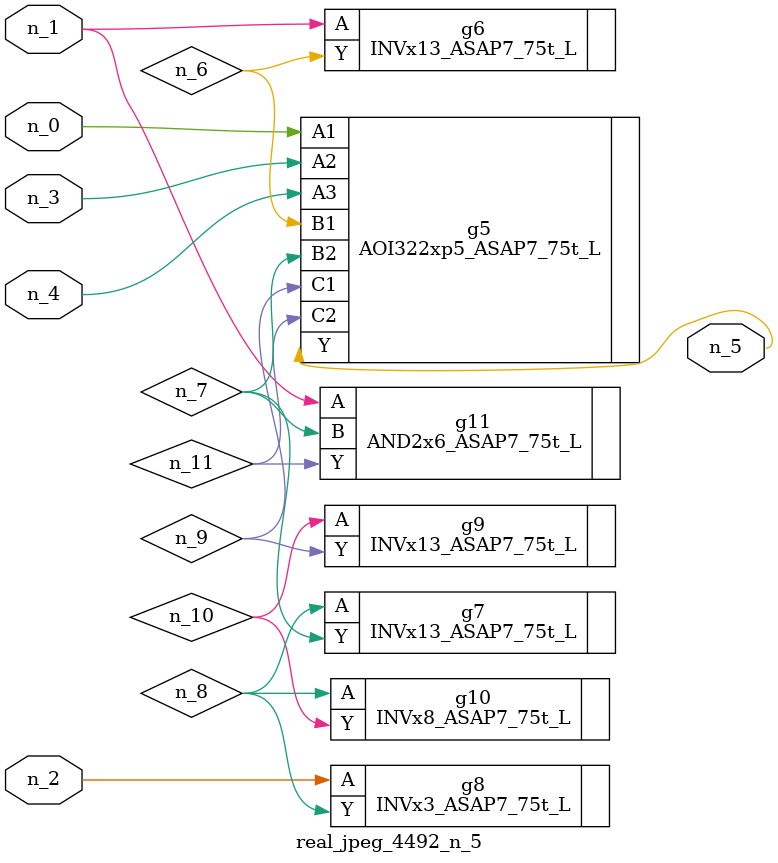
<source format=v>
module real_jpeg_4492_n_5 (n_4, n_0, n_1, n_2, n_3, n_5);

input n_4;
input n_0;
input n_1;
input n_2;
input n_3;

output n_5;

wire n_8;
wire n_11;
wire n_6;
wire n_7;
wire n_10;
wire n_9;

AOI322xp5_ASAP7_75t_L g5 ( 
.A1(n_0),
.A2(n_3),
.A3(n_4),
.B1(n_6),
.B2(n_7),
.C1(n_9),
.C2(n_11),
.Y(n_5)
);

INVx13_ASAP7_75t_L g6 ( 
.A(n_1),
.Y(n_6)
);

AND2x6_ASAP7_75t_L g11 ( 
.A(n_1),
.B(n_7),
.Y(n_11)
);

INVx3_ASAP7_75t_L g8 ( 
.A(n_2),
.Y(n_8)
);

INVx13_ASAP7_75t_L g7 ( 
.A(n_8),
.Y(n_7)
);

INVx8_ASAP7_75t_L g10 ( 
.A(n_8),
.Y(n_10)
);

INVx13_ASAP7_75t_L g9 ( 
.A(n_10),
.Y(n_9)
);


endmodule
</source>
